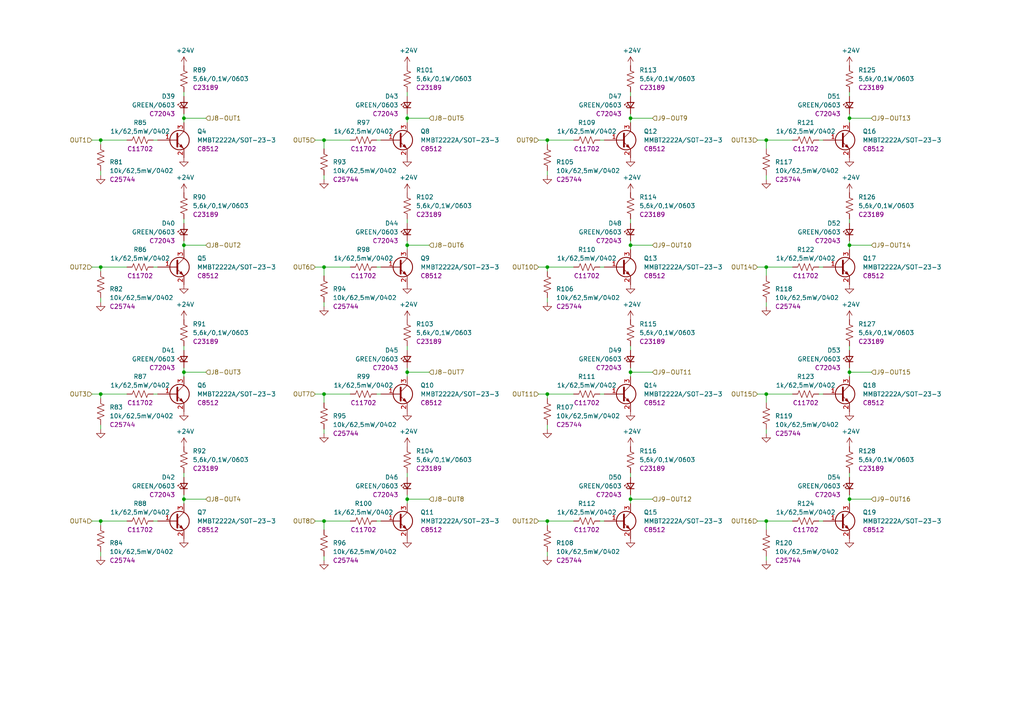
<source format=kicad_sch>
(kicad_sch (version 20231120) (generator "eeschema") (generator_version "8.0")
  (paper "A4")
  (title_block (title "ESP 16x 24VDC Input 16x 24VDC Output Module") (date "2023-05-05") (rev "V2"))
  (junction (at 182.88 107.95))
  (junction (at 222.25 40.64))
  (junction (at 158.75 114.3))
  (junction (at 222.25 114.3))
  (junction (at 222.25 77.47))
  (junction (at 53.34 71.12))
  (junction (at 29.21 114.3))
  (junction (at 222.25 151.13))
  (junction (at 118.11 107.95))
  (junction (at 118.11 34.29))
  (junction (at 93.98 77.47))
  (junction (at 93.98 151.13))
  (junction (at 118.11 71.12))
  (junction (at 29.21 40.64))
  (junction (at 158.75 77.47))
  (junction (at 158.75 40.64))
  (junction (at 182.88 144.78))
  (junction (at 246.38 144.78))
  (junction (at 182.88 71.12))
  (junction (at 93.98 40.64))
  (junction (at 246.38 107.95))
  (junction (at 182.88 34.29))
  (junction (at 53.34 34.29))
  (junction (at 53.34 107.95))
  (junction (at 246.38 71.12))
  (junction (at 29.21 77.47))
  (junction (at 29.21 151.13))
  (junction (at 118.11 144.78))
  (junction (at 246.38 34.29))
  (junction (at 53.34 144.78))
  (junction (at 158.75 151.13))
  (junction (at 93.98 114.3))
  (wire (pts (xy 182.88 100.33) (xy 182.88 101.6)))
  (wire (pts (xy 29.21 151.13) (xy 36.83 151.13)))
  (wire (pts (xy 29.21 114.3) (xy 29.21 115.57)))
  (wire (pts (xy 182.88 71.12) (xy 182.88 72.39)))
  (wire (pts (xy 53.34 137.16) (xy 53.34 138.43)))
  (wire (pts (xy 93.98 87.63) (xy 93.98 88.9)))
  (wire (pts (xy 109.22 40.64) (xy 110.49 40.64)))
  (wire (pts (xy 182.88 137.16) (xy 182.88 138.43)))
  (wire (pts (xy 93.98 40.64) (xy 101.6 40.64)))
  (wire (pts (xy 29.21 40.64) (xy 29.21 41.91)))
  (wire (pts (xy 109.22 114.3) (xy 110.49 114.3)))
  (wire (pts (xy 158.75 160.02) (xy 158.75 161.29)))
  (wire (pts (xy 246.38 34.29) (xy 252.73 34.29)))
  (wire (pts (xy 93.98 151.13) (xy 93.98 153.67)))
  (wire (pts (xy 118.11 63.5) (xy 118.11 64.77)))
  (wire (pts (xy 44.45 40.64) (xy 45.72 40.64)))
  (wire (pts (xy 182.88 63.5) (xy 182.88 64.77)))
  (wire (pts (xy 246.38 106.68) (xy 246.38 107.95)))
  (wire (pts (xy 118.11 69.85) (xy 118.11 71.12)))
  (wire (pts (xy 93.98 114.3) (xy 93.98 116.84)))
  (wire (pts (xy 158.75 40.64) (xy 158.75 41.91)))
  (wire (pts (xy 91.44 151.13) (xy 93.98 151.13)))
  (wire (pts (xy 26.67 151.13) (xy 29.21 151.13)))
  (wire (pts (xy 53.34 69.85) (xy 53.34 71.12)))
  (wire (pts (xy 29.21 86.36) (xy 29.21 87.63)))
  (wire (pts (xy 29.21 77.47) (xy 29.21 78.74)))
  (wire (pts (xy 93.98 114.3) (xy 101.6 114.3)))
  (wire (pts (xy 118.11 34.29) (xy 124.46 34.29)))
  (wire (pts (xy 219.71 40.64) (xy 222.25 40.64)))
  (wire (pts (xy 118.11 144.78) (xy 118.11 146.05)))
  (wire (pts (xy 29.21 151.13) (xy 29.21 152.4)))
  (wire (pts (xy 222.25 161.29) (xy 222.25 162.56)))
  (wire (pts (xy 156.21 151.13) (xy 158.75 151.13)))
  (wire (pts (xy 156.21 40.64) (xy 158.75 40.64)))
  (wire (pts (xy 246.38 33.02) (xy 246.38 34.29)))
  (wire (pts (xy 44.45 114.3) (xy 45.72 114.3)))
  (wire (pts (xy 118.11 107.95) (xy 124.46 107.95)))
  (wire (pts (xy 158.75 114.3) (xy 166.37 114.3)))
  (wire (pts (xy 93.98 124.46) (xy 93.98 125.73)))
  (wire (pts (xy 93.98 151.13) (xy 101.6 151.13)))
  (wire (pts (xy 93.98 40.64) (xy 93.98 43.18)))
  (wire (pts (xy 53.34 100.33) (xy 53.34 101.6)))
  (wire (pts (xy 158.75 77.47) (xy 166.37 77.47)))
  (wire (pts (xy 173.99 151.13) (xy 175.26 151.13)))
  (wire (pts (xy 182.88 107.95) (xy 189.23 107.95)))
  (wire (pts (xy 29.21 40.64) (xy 36.83 40.64)))
  (wire (pts (xy 219.71 151.13) (xy 222.25 151.13)))
  (wire (pts (xy 53.34 33.02) (xy 53.34 34.29)))
  (wire (pts (xy 44.45 151.13) (xy 45.72 151.13)))
  (wire (pts (xy 182.88 33.02) (xy 182.88 34.29)))
  (wire (pts (xy 246.38 34.29) (xy 246.38 35.56)))
  (wire (pts (xy 118.11 34.29) (xy 118.11 35.56)))
  (wire (pts (xy 158.75 86.36) (xy 158.75 87.63)))
  (wire (pts (xy 59.69 71.12) (xy 53.34 71.12)))
  (wire (pts (xy 53.34 143.51) (xy 53.34 144.78)))
  (wire (pts (xy 158.75 49.53) (xy 158.75 50.8)))
  (wire (pts (xy 246.38 71.12) (xy 246.38 72.39)))
  (wire (pts (xy 246.38 100.33) (xy 246.38 101.6)))
  (wire (pts (xy 118.11 71.12) (xy 118.11 72.39)))
  (wire (pts (xy 182.88 144.78) (xy 182.88 146.05)))
  (wire (pts (xy 93.98 77.47) (xy 93.98 80.01)))
  (wire (pts (xy 53.34 71.12) (xy 53.34 72.39)))
  (wire (pts (xy 222.25 151.13) (xy 222.25 153.67)))
  (wire (pts (xy 26.67 114.3) (xy 29.21 114.3)))
  (wire (pts (xy 182.88 143.51) (xy 182.88 144.78)))
  (wire (pts (xy 246.38 26.67) (xy 246.38 27.94)))
  (wire (pts (xy 222.25 114.3) (xy 229.87 114.3)))
  (wire (pts (xy 109.22 151.13) (xy 110.49 151.13)))
  (wire (pts (xy 182.88 26.67) (xy 182.88 27.94)))
  (wire (pts (xy 237.49 40.64) (xy 238.76 40.64)))
  (wire (pts (xy 246.38 137.16) (xy 246.38 138.43)))
  (wire (pts (xy 118.11 144.78) (xy 124.46 144.78)))
  (wire (pts (xy 26.67 77.47) (xy 29.21 77.47)))
  (wire (pts (xy 109.22 77.47) (xy 110.49 77.47)))
  (wire (pts (xy 182.88 106.68) (xy 182.88 107.95)))
  (wire (pts (xy 29.21 160.02) (xy 29.21 161.29)))
  (wire (pts (xy 29.21 123.19) (xy 29.21 124.46)))
  (wire (pts (xy 246.38 63.5) (xy 246.38 64.77)))
  (wire (pts (xy 44.45 77.47) (xy 45.72 77.47)))
  (wire (pts (xy 189.23 71.12) (xy 182.88 71.12)))
  (wire (pts (xy 182.88 34.29) (xy 182.88 35.56)))
  (wire (pts (xy 156.21 114.3) (xy 158.75 114.3)))
  (wire (pts (xy 222.25 77.47) (xy 229.87 77.47)))
  (wire (pts (xy 118.11 100.33) (xy 118.11 101.6)))
  (wire (pts (xy 53.34 63.5) (xy 53.34 64.77)))
  (wire (pts (xy 53.34 106.68) (xy 53.34 107.95)))
  (wire (pts (xy 93.98 161.29) (xy 93.98 162.56)))
  (wire (pts (xy 219.71 114.3) (xy 222.25 114.3)))
  (wire (pts (xy 118.11 143.51) (xy 118.11 144.78)))
  (wire (pts (xy 222.25 40.64) (xy 229.87 40.64)))
  (wire (pts (xy 246.38 144.78) (xy 246.38 146.05)))
  (wire (pts (xy 93.98 50.8) (xy 93.98 52.07)))
  (wire (pts (xy 118.11 71.12) (xy 124.46 71.12)))
  (wire (pts (xy 53.34 144.78) (xy 59.69 144.78)))
  (wire (pts (xy 246.38 144.78) (xy 252.73 144.78)))
  (wire (pts (xy 118.11 26.67) (xy 118.11 27.94)))
  (wire (pts (xy 182.88 69.85) (xy 182.88 71.12)))
  (wire (pts (xy 222.25 124.46) (xy 222.25 125.73)))
  (wire (pts (xy 59.69 34.29) (xy 53.34 34.29)))
  (wire (pts (xy 219.71 77.47) (xy 222.25 77.47)))
  (wire (pts (xy 158.75 114.3) (xy 158.75 115.57)))
  (wire (pts (xy 29.21 49.53) (xy 29.21 50.8)))
  (wire (pts (xy 222.25 151.13) (xy 229.87 151.13)))
  (wire (pts (xy 222.25 50.8) (xy 222.25 52.07)))
  (wire (pts (xy 158.75 77.47) (xy 158.75 78.74)))
  (wire (pts (xy 53.34 34.29) (xy 53.34 35.56)))
  (wire (pts (xy 246.38 71.12) (xy 252.73 71.12)))
  (wire (pts (xy 158.75 40.64) (xy 166.37 40.64)))
  (wire (pts (xy 53.34 107.95) (xy 59.69 107.95)))
  (wire (pts (xy 93.98 77.47) (xy 101.6 77.47)))
  (wire (pts (xy 53.34 144.78) (xy 53.34 146.05)))
  (wire (pts (xy 156.21 77.47) (xy 158.75 77.47)))
  (wire (pts (xy 222.25 40.64) (xy 222.25 43.18)))
  (wire (pts (xy 237.49 151.13) (xy 238.76 151.13)))
  (wire (pts (xy 26.67 40.64) (xy 29.21 40.64)))
  (wire (pts (xy 222.25 77.47) (xy 222.25 80.01)))
  (wire (pts (xy 118.11 137.16) (xy 118.11 138.43)))
  (wire (pts (xy 118.11 33.02) (xy 118.11 34.29)))
  (wire (pts (xy 91.44 40.64) (xy 93.98 40.64)))
  (wire (pts (xy 246.38 69.85) (xy 246.38 71.12)))
  (wire (pts (xy 237.49 114.3) (xy 238.76 114.3)))
  (wire (pts (xy 158.75 151.13) (xy 166.37 151.13)))
  (wire (pts (xy 53.34 26.67) (xy 53.34 27.94)))
  (wire (pts (xy 246.38 107.95) (xy 252.73 107.95)))
  (wire (pts (xy 29.21 114.3) (xy 36.83 114.3)))
  (wire (pts (xy 91.44 77.47) (xy 93.98 77.47)))
  (wire (pts (xy 91.44 114.3) (xy 93.98 114.3)))
  (wire (pts (xy 118.11 106.68) (xy 118.11 107.95)))
  (wire (pts (xy 246.38 143.51) (xy 246.38 144.78)))
  (wire (pts (xy 189.23 34.29) (xy 182.88 34.29)))
  (wire (pts (xy 182.88 107.95) (xy 182.88 109.22)))
  (wire (pts (xy 237.49 77.47) (xy 238.76 77.47)))
  (wire (pts (xy 158.75 123.19) (xy 158.75 124.46)))
  (wire (pts (xy 222.25 114.3) (xy 222.25 116.84)))
  (wire (pts (xy 246.38 107.95) (xy 246.38 109.22)))
  (wire (pts (xy 182.88 144.78) (xy 189.23 144.78)))
  (wire (pts (xy 173.99 77.47) (xy 175.26 77.47)))
  (wire (pts (xy 158.75 151.13) (xy 158.75 152.4)))
  (wire (pts (xy 29.21 77.47) (xy 36.83 77.47)))
  (wire (pts (xy 53.34 107.95) (xy 53.34 109.22)))
  (wire (pts (xy 173.99 40.64) (xy 175.26 40.64)))
  (wire (pts (xy 118.11 107.95) (xy 118.11 109.22)))
  (wire (pts (xy 222.25 87.63) (xy 222.25 88.9)))
  (wire (pts (xy 173.99 114.3) (xy 175.26 114.3)))
  (hierarchical_label "J8-OUT8" (shape input) (at 124.46 144.78 0))
  (hierarchical_label "J8-OUT6" (shape input) (at 124.46 71.12 0))
  (hierarchical_label "OUT1" (shape input) (at 26.67 40.64 180))
  (hierarchical_label "J8-OUT4" (shape input) (at 59.69 144.78 0))
  (hierarchical_label "OUT12" (shape input) (at 156.21 151.13 180))
  (hierarchical_label "J9-OUT14" (shape input) (at 252.73 71.12 0))
  (hierarchical_label "J8-OUT2" (shape input) (at 59.69 71.12 0))
  (hierarchical_label "J9-OUT16" (shape input) (at 252.73 144.78 0))
  (hierarchical_label "J9-OUT11" (shape input) (at 189.23 107.95 0))
  (hierarchical_label "OUT9" (shape input) (at 156.21 40.64 180))
  (hierarchical_label "OUT7" (shape input) (at 91.44 114.3 180))
  (hierarchical_label "OUT15" (shape input) (at 219.71 114.3 180))
  (hierarchical_label "J8-OUT5" (shape input) (at 124.46 34.29 0))
  (hierarchical_label "J9-OUT15" (shape input) (at 252.73 107.95 0))
  (hierarchical_label "OUT13" (shape input) (at 219.71 40.64 180))
  (hierarchical_label "OUT16" (shape input) (at 219.71 151.13 180))
  (hierarchical_label "J8-OUT1" (shape input) (at 59.69 34.29 0))
  (hierarchical_label "OUT4" (shape input) (at 26.67 151.13 180))
  (hierarchical_label "OUT8" (shape input) (at 91.44 151.13 180))
  (hierarchical_label "OUT14" (shape input) (at 219.71 77.47 180))
  (hierarchical_label "OUT10" (shape input) (at 156.21 77.47 180))
  (hierarchical_label "J8-OUT7" (shape input) (at 124.46 107.95 0))
  (hierarchical_label "J9-OUT12" (shape input) (at 189.23 144.78 0))
  (hierarchical_label "OUT6" (shape input) (at 91.44 77.47 180))
  (hierarchical_label "J9-OUT13" (shape input) (at 252.73 34.29 0))
  (hierarchical_label "OUT3" (shape input) (at 26.67 114.3 180))
  (hierarchical_label "J8-OUT3" (shape input) (at 59.69 107.95 0))
  (hierarchical_label "OUT5" (shape input) (at 91.44 40.64 180))
  (hierarchical_label "J9-OUT9" (shape input) (at 189.23 34.29 0))
  (hierarchical_label "OUT2" (shape input) (at 26.67 77.47 180))
  (hierarchical_label "OUT11" (shape input) (at 156.21 114.3 180))
  (hierarchical_label "J9-OUT10" (shape input) (at 189.23 71.12 0))
  (symbol (lib_id "Device:LED_Small") (at 246.38 67.31 90) (unit 1)
    (property "Reference" "D52" (at 243.84 64.77 90) (effects (justify left)))
    (property "Value" "GREEN/0603" (at 243.84 67.31 90) (effects (justify left)))
    (property "Footprint" "Tales:LED_0603_1608Metric" (effects (hide yes)))
    (property "Case" "0603" (effects (hide yes)))
    (property "Mfr" "Everlight" (effects (hide yes)))
    (property "Mfr PN" "19-217/GHC-YR1S2/3T" (effects (hide yes)))
    (property "Vendor" "JLCPCB" (effects (hide yes)))
    (property "Vendor PN" "C72043" (effects (hide yes)))
    (property "LCSC Part #" "C72043" (at 243.84 69.85 90) (effects (justify left)))
    (property "JLCPCB BOM" "1" (effects (hide yes)))
  )
  (symbol (lib_id "Device:R_US") (at 93.98 157.48 0) (unit 1)
    (property "Reference" "R96" (at 96.52 157.48 0) (effects (justify left)))
    (property "Value" "10k/62,5mW/0402" (at 96.52 160.02 0) (effects (justify left)))
    (property "Footprint" "Tales:R_0402_1005Metric" (effects (hide yes)))
    (property "Case" "0402/1005" (effects (hide yes)))
    (property "Mfr" "Uniroyal" (effects (hide yes)))
    (property "Vendor" "JLCPCB" (effects (hide yes)))
    (property "Mfr PN" "0402WGF1002TCE" (effects (hide yes)))
    (property "Vendor PN" "C25744" (effects (hide yes)))
    (property "LCSC Part #" "C25744" (at 96.52 162.56 0) (effects (justify left)))
    (property "JLCPCB BOM" "1" (effects (hide yes)))
  )
  (symbol (lib_id "power:GND") (at 182.88 45.72 0) (unit 1)
    (property "Reference" "#PWR0166" (effects (hide yes)))
    (property "Value" "GND" (effects (hide yes)))
  )
  (symbol (lib_id "Device:R_US") (at 158.75 45.72 0) (unit 1)
    (property "Reference" "R105" (at 161.29 46.99 0) (effects (justify left)))
    (property "Value" "10k/62,5mW/0402" (at 161.29 49.53 0) (effects (justify left)))
    (property "Footprint" "Tales:R_0402_1005Metric" (effects (hide yes)))
    (property "Case" "0402/1005" (effects (hide yes)))
    (property "Mfr" "Uniroyal" (effects (hide yes)))
    (property "Vendor" "JLCPCB" (effects (hide yes)))
    (property "Mfr PN" "0402WGF1002TCE" (effects (hide yes)))
    (property "Vendor PN" "C25744" (effects (hide yes)))
    (property "LCSC Part #" "C25744" (at 161.29 52.07 0) (effects (justify left)))
    (property "JLCPCB BOM" "1" (effects (hide yes)))
  )
  (symbol (lib_id "Device:R_US") (at 170.18 40.64 270) (unit 1)
    (property "Reference" "R109" (at 170.18 35.56 90))
    (property "Value" "1k/62,5mW/0402" (at 170.18 38.1 90))
    (property "Footprint" "Tales:R_0402_1005Metric" (effects (hide yes)))
    (property "Case" "0402/1005" (effects (hide yes)))
    (property "Mfr" "Uniroyal" (effects (hide yes)))
    (property "Mfr PN" "0402WGF1001TCE" (effects (hide yes)))
    (property "Vendor" "JLCPCB" (effects (hide yes)))
    (property "Vendor PN" "C11702" (effects (hide yes)))
    (property "LCSC Part #" "C11702" (at 170.18 43.18 90))
    (property "JLCPCB BOM" "1" (effects (hide yes)))
  )
  (symbol (lib_id "Device:LED_Small") (at 53.34 104.14 90) (unit 1)
    (property "Reference" "D41" (at 50.8 101.6 90) (effects (justify left)))
    (property "Value" "GREEN/0603" (at 50.8 104.14 90) (effects (justify left)))
    (property "Footprint" "Tales:LED_0603_1608Metric" (effects (hide yes)))
    (property "Case" "0603" (effects (hide yes)))
    (property "Mfr" "Everlight" (effects (hide yes)))
    (property "Mfr PN" "19-217/GHC-YR1S2/3T" (effects (hide yes)))
    (property "Vendor" "JLCPCB" (effects (hide yes)))
    (property "Vendor PN" "C72043" (effects (hide yes)))
    (property "LCSC Part #" "C72043" (at 50.8 106.68 90) (effects (justify left)))
    (property "JLCPCB BOM" "1" (effects (hide yes)))
  )
  (symbol (lib_id "Device:R_US") (at 233.68 151.13 270) (unit 1)
    (property "Reference" "R124" (at 233.68 146.05 90))
    (property "Value" "1k/62,5mW/0402" (at 233.68 148.59 90))
    (property "Footprint" "Tales:R_0402_1005Metric" (effects (hide yes)))
    (property "Case" "0402/1005" (effects (hide yes)))
    (property "Mfr" "Uniroyal" (effects (hide yes)))
    (property "Mfr PN" "0402WGF1001TCE" (effects (hide yes)))
    (property "Vendor" "JLCPCB" (effects (hide yes)))
    (property "Vendor PN" "C11702" (effects (hide yes)))
    (property "LCSC Part #" "C11702" (at 233.68 153.67 90))
    (property "JLCPCB BOM" "1" (effects (hide yes)))
  )
  (symbol (lib_id "power:GND") (at 29.21 161.29 0) (unit 1)
    (property "Reference" "#PWR0140" (effects (hide yes)))
    (property "Value" "GND" (effects (hide yes)))
  )
  (symbol (lib_id "power:+24V") (at 118.11 129.54 0) (unit 1)
    (property "Reference" "#PWR0159" (effects (hide yes)))
    (property "Value" "+24V" (at 118.491 125.1458 0))
  )
  (symbol (lib_id "Device:R_US") (at 246.38 22.86 0) (unit 1)
    (property "Reference" "R125" (at 248.92 20.32 0) (effects (justify left)))
    (property "Value" "5,6k/0,1W/0603" (at 248.92 22.86 0) (effects (justify left)))
    (property "Footprint" "Tales:R_0603_1608Metric" (effects (hide yes)))
    (property "Case" "0603/1608" (effects (hide yes)))
    (property "Mfr" "Uniroyal" (effects (hide yes)))
    (property "Mfr PN" "0603WAF5601T5E" (effects (hide yes)))
    (property "Vendor" "JLCPCB" (effects (hide yes)))
    (property "Vendor PN" "C23189" (effects (hide yes)))
    (property "LCSC Part #" "C23189" (at 248.92 25.4 0) (effects (justify left)))
    (property "JLCPCB BOM" "1" (effects (hide yes)))
  )
  (symbol (lib_id "Device:R_US") (at 93.98 83.82 0) (unit 1)
    (property "Reference" "R94" (at 96.52 83.82 0) (effects (justify left)))
    (property "Value" "10k/62,5mW/0402" (at 96.52 86.36 0) (effects (justify left)))
    (property "Footprint" "Tales:R_0402_1005Metric" (effects (hide yes)))
    (property "Case" "0402/1005" (effects (hide yes)))
    (property "Mfr" "Uniroyal" (effects (hide yes)))
    (property "Vendor" "JLCPCB" (effects (hide yes)))
    (property "Mfr PN" "0402WGF1002TCE" (effects (hide yes)))
    (property "Vendor PN" "C25744" (effects (hide yes)))
    (property "LCSC Part #" "C25744" (at 96.52 88.9 0) (effects (justify left)))
    (property "JLCPCB BOM" "1" (effects (hide yes)))
  )
  (symbol (lib_id "Device:R_US") (at 222.25 120.65 0) (unit 1)
    (property "Reference" "R119" (at 224.79 120.65 0) (effects (justify left)))
    (property "Value" "10k/62,5mW/0402" (at 224.79 123.19 0) (effects (justify left)))
    (property "Footprint" "Tales:R_0402_1005Metric" (effects (hide yes)))
    (property "Case" "0402/1005" (effects (hide yes)))
    (property "Mfr" "Uniroyal" (effects (hide yes)))
    (property "Vendor" "JLCPCB" (effects (hide yes)))
    (property "Mfr PN" "0402WGF1002TCE" (effects (hide yes)))
    (property "Vendor PN" "C25744" (effects (hide yes)))
    (property "LCSC Part #" "C25744" (at 224.79 125.73 0) (effects (justify left)))
    (property "JLCPCB BOM" "1" (effects (hide yes)))
  )
  (symbol (lib_id "Device:R_US") (at 158.75 156.21 0) (unit 1)
    (property "Reference" "R108" (at 161.29 157.48 0) (effects (justify left)))
    (property "Value" "10k/62,5mW/0402" (at 161.29 160.02 0) (effects (justify left)))
    (property "Footprint" "Tales:R_0402_1005Metric" (effects (hide yes)))
    (property "Case" "0402/1005" (effects (hide yes)))
    (property "Mfr" "Uniroyal" (effects (hide yes)))
    (property "Vendor" "JLCPCB" (effects (hide yes)))
    (property "Mfr PN" "0402WGF1002TCE" (effects (hide yes)))
    (property "Vendor PN" "C25744" (effects (hide yes)))
    (property "LCSC Part #" "C25744" (at 161.29 162.56 0) (effects (justify left)))
    (property "JLCPCB BOM" "1" (effects (hide yes)))
  )
  (symbol (lib_id "power:+24V") (at 182.88 129.54 0) (unit 1)
    (property "Reference" "#PWR0171" (effects (hide yes)))
    (property "Value" "+24V" (at 183.261 125.1458 0))
  )
  (symbol (lib_id "power:+24V") (at 246.38 19.05 0) (unit 1)
    (property "Reference" "#PWR0177" (effects (hide yes)))
    (property "Value" "+24V" (at 246.761 14.6558 0))
  )
  (symbol (lib_id "Device:LED_Small") (at 246.38 140.97 90) (unit 1)
    (property "Reference" "D54" (at 243.84 138.43 90) (effects (justify left)))
    (property "Value" "GREEN/0603" (at 243.84 140.97 90) (effects (justify left)))
    (property "Footprint" "Tales:LED_0603_1608Metric" (effects (hide yes)))
    (property "Case" "0603" (effects (hide yes)))
    (property "Mfr" "Everlight" (effects (hide yes)))
    (property "Mfr PN" "19-217/GHC-YR1S2/3T" (effects (hide yes)))
    (property "Vendor" "JLCPCB" (effects (hide yes)))
    (property "Vendor PN" "C72043" (effects (hide yes)))
    (property "LCSC Part #" "C72043" (at 243.84 143.51 90) (effects (justify left)))
    (property "JLCPCB BOM" "1" (effects (hide yes)))
  )
  (symbol (lib_id "Device:Q_NPN_BEC") (at 243.84 77.47 0) (unit 1)
    (property "Reference" "Q17" (at 250.19 74.93 0) (effects (justify left)))
    (property "Value" "MMBT2222A/SOT-23-3" (at 250.19 77.47 0) (effects (justify left)))
    (property "Footprint" "Tales:SOT-23" (effects (hide yes)))
    (property "Case" "SOT-23-3" (effects (hide yes)))
    (property "Mfr" "Changjiang" (effects (hide yes)))
    (property "Mfr PN" "MMBT2222A" (effects (hide yes)))
    (property "Technology" "BJT" (effects (hide yes)))
    (property "Vendor" "JLCPCB" (effects (hide yes)))
    (property "Vendor PN" "C8512" (effects (hide yes)))
    (property "JLCPCB BOM" "1" (effects (hide yes)))
    (property "LCSC Part #" "C8512" (at 250.19 80.01 0) (effects (justify left)))
  )
  (symbol (lib_id "power:GND") (at 158.75 87.63 0) (unit 1)
    (property "Reference" "#PWR0162" (effects (hide yes)))
    (property "Value" "GND" (effects (hide yes)))
  )
  (symbol (lib_id "Device:R_US") (at 105.41 40.64 270) (unit 1)
    (property "Reference" "R97" (at 105.41 35.56 90))
    (property "Value" "1k/62,5mW/0402" (at 105.41 38.1 90))
    (property "Footprint" "Tales:R_0402_1005Metric" (effects (hide yes)))
    (property "Case" "0402/1005" (effects (hide yes)))
    (property "Mfr" "Uniroyal" (effects (hide yes)))
    (property "Mfr PN" "0402WGF1001TCE" (effects (hide yes)))
    (property "Vendor" "JLCPCB" (effects (hide yes)))
    (property "Vendor PN" "C11702" (effects (hide yes)))
    (property "LCSC Part #" "C11702" (at 105.41 43.18 90))
    (property "JLCPCB BOM" "1" (effects (hide yes)))
  )
  (symbol (lib_id "power:+24V") (at 53.34 129.54 0) (unit 1)
    (property "Reference" "#PWR0147" (effects (hide yes)))
    (property "Value" "+24V" (at 53.721 125.1458 0))
  )
  (symbol (lib_id "power:GND") (at 246.38 119.38 0) (unit 1)
    (property "Reference" "#PWR0182" (effects (hide yes)))
    (property "Value" "GND" (effects (hide yes)))
  )
  (symbol (lib_id "power:GND") (at 246.38 156.21 0) (unit 1)
    (property "Reference" "#PWR0184" (effects (hide yes)))
    (property "Value" "GND" (effects (hide yes)))
  )
  (symbol (lib_id "power:GND") (at 93.98 162.56 0) (unit 1)
    (property "Reference" "#PWR0152" (effects (hide yes)))
    (property "Value" "GND" (effects (hide yes)))
  )
  (symbol (lib_id "Device:Q_NPN_BEC") (at 115.57 77.47 0) (unit 1)
    (property "Reference" "Q9" (at 121.92 74.93 0) (effects (justify left)))
    (property "Value" "MMBT2222A/SOT-23-3" (at 121.92 77.47 0) (effects (justify left)))
    (property "Footprint" "Tales:SOT-23" (effects (hide yes)))
    (property "Case" "SOT-23-3" (effects (hide yes)))
    (property "Mfr" "Changjiang" (effects (hide yes)))
    (property "Mfr PN" "MMBT2222A" (effects (hide yes)))
    (property "Technology" "BJT" (effects (hide yes)))
    (property "Vendor" "JLCPCB" (effects (hide yes)))
    (property "Vendor PN" "C8512" (effects (hide yes)))
    (property "JLCPCB BOM" "1" (effects (hide yes)))
    (property "LCSC Part #" "C8512" (at 121.92 80.01 0) (effects (justify left)))
  )
  (symbol (lib_id "Device:LED_Small") (at 53.34 30.48 90) (unit 1)
    (property "Reference" "D39" (at 50.8 27.94 90) (effects (justify left)))
    (property "Value" "GREEN/0603" (at 50.8 30.48 90) (effects (justify left)))
    (property "Footprint" "Tales:LED_0603_1608Metric" (effects (hide yes)))
    (property "Case" "0603" (effects (hide yes)))
    (property "Mfr" "Everlight" (effects (hide yes)))
    (property "Mfr PN" "19-217/GHC-YR1S2/3T" (effects (hide yes)))
    (property "Vendor" "JLCPCB" (effects (hide yes)))
    (property "Vendor PN" "C72043" (effects (hide yes)))
    (property "LCSC Part #" "C72043" (at 50.8 33.02 90) (effects (justify left)))
    (property "JLCPCB BOM" "1" (effects (hide yes)))
  )
  (symbol (lib_id "power:+24V") (at 53.34 92.71 0) (unit 1)
    (property "Reference" "#PWR0145" (effects (hide yes)))
    (property "Value" "+24V" (at 53.721 88.3158 0))
  )
  (symbol (lib_id "Device:R_US") (at 93.98 120.65 0) (unit 1)
    (property "Reference" "R95" (at 96.52 120.65 0) (effects (justify left)))
    (property "Value" "10k/62,5mW/0402" (at 96.52 123.19 0) (effects (justify left)))
    (property "Footprint" "Tales:R_0402_1005Metric" (effects (hide yes)))
    (property "Case" "0402/1005" (effects (hide yes)))
    (property "Mfr" "Uniroyal" (effects (hide yes)))
    (property "Vendor" "JLCPCB" (effects (hide yes)))
    (property "Mfr PN" "0402WGF1002TCE" (effects (hide yes)))
    (property "Vendor PN" "C25744" (effects (hide yes)))
    (property "LCSC Part #" "C25744" (at 96.52 125.73 0) (effects (justify left)))
    (property "JLCPCB BOM" "1" (effects (hide yes)))
  )
  (symbol (lib_id "power:GND") (at 53.34 82.55 0) (unit 1)
    (property "Reference" "#PWR0144" (effects (hide yes)))
    (property "Value" "GND" (effects (hide yes)))
  )
  (symbol (lib_id "Device:R_US") (at 118.11 59.69 0) (unit 1)
    (property "Reference" "R102" (at 120.65 57.15 0) (effects (justify left)))
    (property "Value" "5,6k/0,1W/0603" (at 120.65 59.69 0) (effects (justify left)))
    (property "Footprint" "Tales:R_0603_1608Metric" (effects (hide yes)))
    (property "Case" "0603/1608" (effects (hide yes)))
    (property "Mfr" "Uniroyal" (effects (hide yes)))
    (property "Mfr PN" "0603WAF5601T5E" (effects (hide yes)))
    (property "Vendor" "JLCPCB" (effects (hide yes)))
    (property "Vendor PN" "C23189" (effects (hide yes)))
    (property "LCSC Part #" "C23189" (at 120.65 62.23 0) (effects (justify left)))
    (property "JLCPCB BOM" "1" (effects (hide yes)))
  )
  (symbol (lib_id "Device:Q_NPN_BEC") (at 50.8 77.47 0) (unit 1)
    (property "Reference" "Q5" (at 57.15 74.93 0) (effects (justify left)))
    (property "Value" "MMBT2222A/SOT-23-3" (at 57.15 77.47 0) (effects (justify left)))
    (property "Footprint" "Tales:SOT-23" (effects (hide yes)))
    (property "Case" "SOT-23-3" (effects (hide yes)))
    (property "Mfr" "Changjiang" (effects (hide yes)))
    (property "Mfr PN" "MMBT2222A" (effects (hide yes)))
    (property "Technology" "BJT" (effects (hide yes)))
    (property "Vendor" "JLCPCB" (effects (hide yes)))
    (property "Vendor PN" "C8512" (effects (hide yes)))
    (property "JLCPCB BOM" "1" (effects (hide yes)))
    (property "LCSC Part #" "C8512" (at 57.15 80.01 0) (effects (justify left)))
  )
  (symbol (lib_id "Device:R_US") (at 222.25 46.99 0) (unit 1)
    (property "Reference" "R117" (at 224.79 46.99 0) (effects (justify left)))
    (property "Value" "10k/62,5mW/0402" (at 224.79 49.53 0) (effects (justify left)))
    (property "Footprint" "Tales:R_0402_1005Metric" (effects (hide yes)))
    (property "Case" "0402/1005" (effects (hide yes)))
    (property "Mfr" "Uniroyal" (effects (hide yes)))
    (property "Vendor" "JLCPCB" (effects (hide yes)))
    (property "Mfr PN" "0402WGF1002TCE" (effects (hide yes)))
    (property "Vendor PN" "C25744" (effects (hide yes)))
    (property "LCSC Part #" "C25744" (at 224.79 52.07 0) (effects (justify left)))
    (property "JLCPCB BOM" "1" (effects (hide yes)))
  )
  (symbol (lib_id "power:GND") (at 182.88 119.38 0) (unit 1)
    (property "Reference" "#PWR0170" (effects (hide yes)))
    (property "Value" "GND" (effects (hide yes)))
  )
  (symbol (lib_id "power:+24V") (at 246.38 129.54 0) (unit 1)
    (property "Reference" "#PWR0183" (effects (hide yes)))
    (property "Value" "+24V" (at 246.761 125.1458 0))
  )
  (symbol (lib_id "Device:R_US") (at 170.18 114.3 270) (unit 1)
    (property "Reference" "R111" (at 170.18 109.22 90))
    (property "Value" "1k/62,5mW/0402" (at 170.18 111.76 90))
    (property "Footprint" "Tales:R_0402_1005Metric" (effects (hide yes)))
    (property "Case" "0402/1005" (effects (hide yes)))
    (property "Mfr" "Uniroyal" (effects (hide yes)))
    (property "Mfr PN" "0402WGF1001TCE" (effects (hide yes)))
    (property "Vendor" "JLCPCB" (effects (hide yes)))
    (property "Vendor PN" "C11702" (effects (hide yes)))
    (property "LCSC Part #" "C11702" (at 170.18 116.84 90))
    (property "JLCPCB BOM" "1" (effects (hide yes)))
  )
  (symbol (lib_id "Device:LED_Small") (at 182.88 140.97 90) (unit 1)
    (property "Reference" "D50" (at 180.34 138.43 90) (effects (justify left)))
    (property "Value" "GREEN/0603" (at 180.34 140.97 90) (effects (justify left)))
    (property "Footprint" "Tales:LED_0603_1608Metric" (effects (hide yes)))
    (property "Case" "0603" (effects (hide yes)))
    (property "Mfr" "Everlight" (effects (hide yes)))
    (property "Mfr PN" "19-217/GHC-YR1S2/3T" (effects (hide yes)))
    (property "Vendor" "JLCPCB" (effects (hide yes)))
    (property "Vendor PN" "C72043" (effects (hide yes)))
    (property "LCSC Part #" "C72043" (at 180.34 143.51 90) (effects (justify left)))
    (property "JLCPCB BOM" "1" (effects (hide yes)))
  )
  (symbol (lib_id "power:GND") (at 118.11 82.55 0) (unit 1)
    (property "Reference" "#PWR0156" (effects (hide yes)))
    (property "Value" "GND" (effects (hide yes)))
  )
  (symbol (lib_id "power:GND") (at 222.25 88.9 0) (unit 1)
    (property "Reference" "#PWR0174" (effects (hide yes)))
    (property "Value" "GND" (effects (hide yes)))
  )
  (symbol (lib_id "power:+24V") (at 182.88 92.71 0) (unit 1)
    (property "Reference" "#PWR0169" (effects (hide yes)))
    (property "Value" "+24V" (at 183.261 88.3158 0))
  )
  (symbol (lib_id "power:GND") (at 222.25 52.07 0) (unit 1)
    (property "Reference" "#PWR0173" (effects (hide yes)))
    (property "Value" "GND" (effects (hide yes)))
  )
  (symbol (lib_id "power:GND") (at 29.21 124.46 0) (unit 1)
    (property "Reference" "#PWR0139" (effects (hide yes)))
    (property "Value" "GND" (effects (hide yes)))
  )
  (symbol (lib_id "Device:R_US") (at 29.21 82.55 0) (unit 1)
    (property "Reference" "R82" (at 31.75 83.82 0) (effects (justify left)))
    (property "Value" "10k/62,5mW/0402" (at 31.75 86.36 0) (effects (justify left)))
    (property "Footprint" "Tales:R_0402_1005Metric" (effects (hide yes)))
    (property "Case" "0402/1005" (effects (hide yes)))
    (property "Mfr" "Uniroyal" (effects (hide yes)))
    (property "Vendor" "JLCPCB" (effects (hide yes)))
    (property "Mfr PN" "0402WGF1002TCE" (effects (hide yes)))
    (property "Vendor PN" "C25744" (effects (hide yes)))
    (property "LCSC Part #" "C25744" (at 31.75 88.9 0) (effects (justify left)))
    (property "JLCPCB BOM" "1" (effects (hide yes)))
  )
  (symbol (lib_id "Device:Q_NPN_BEC") (at 243.84 40.64 0) (unit 1)
    (property "Reference" "Q16" (at 250.19 38.1 0) (effects (justify left)))
    (property "Value" "MMBT2222A/SOT-23-3" (at 250.19 40.64 0) (effects (justify left)))
    (property "Footprint" "Tales:SOT-23" (effects (hide yes)))
    (property "Case" "SOT-23-3" (effects (hide yes)))
    (property "Mfr" "Changjiang" (effects (hide yes)))
    (property "Mfr PN" "MMBT2222A" (effects (hide yes)))
    (property "Technology" "BJT" (effects (hide yes)))
    (property "Vendor" "JLCPCB" (effects (hide yes)))
    (property "Vendor PN" "C8512" (effects (hide yes)))
    (property "JLCPCB BOM" "1" (effects (hide yes)))
    (property "LCSC Part #" "C8512" (at 250.19 43.18 0) (effects (justify left)))
  )
  (symbol (lib_id "Device:Q_NPN_BEC") (at 115.57 114.3 0) (unit 1)
    (property "Reference" "Q10" (at 121.92 111.76 0) (effects (justify left)))
    (property "Value" "MMBT2222A/SOT-23-3" (at 121.92 114.3 0) (effects (justify left)))
    (property "Footprint" "Tales:SOT-23" (effects (hide yes)))
    (property "Case" "SOT-23-3" (effects (hide yes)))
    (property "Mfr" "Changjiang" (effects (hide yes)))
    (property "Mfr PN" "MMBT2222A" (effects (hide yes)))
    (property "Technology" "BJT" (effects (hide yes)))
    (property "Vendor" "JLCPCB" (effects (hide yes)))
    (property "Vendor PN" "C8512" (effects (hide yes)))
    (property "JLCPCB BOM" "1" (effects (hide yes)))
    (property "LCSC Part #" "C8512" (at 121.92 116.84 0) (effects (justify left)))
  )
  (symbol (lib_id "Device:R_US") (at 29.21 156.21 0) (unit 1)
    (property "Reference" "R84" (at 31.75 157.48 0) (effects (justify left)))
    (property "Value" "10k/62,5mW/0402" (at 31.75 160.02 0) (effects (justify left)))
    (property "Footprint" "Tales:R_0402_1005Metric" (effects (hide yes)))
    (property "Case" "0402/1005" (effects (hide yes)))
    (property "Mfr" "Uniroyal" (effects (hide yes)))
    (property "Vendor" "JLCPCB" (effects (hide yes)))
    (property "Mfr PN" "0402WGF1002TCE" (effects (hide yes)))
    (property "Vendor PN" "C25744" (effects (hide yes)))
    (property "LCSC Part #" "C25744" (at 31.75 162.56 0) (effects (justify left)))
    (property "JLCPCB BOM" "1" (effects (hide yes)))
  )
  (symbol (lib_id "Device:R_US") (at 182.88 59.69 0) (unit 1)
    (property "Reference" "R114" (at 185.42 57.15 0) (effects (justify left)))
    (property "Value" "5,6k/0,1W/0603" (at 185.42 59.69 0) (effects (justify left)))
    (property "Footprint" "Tales:R_0603_1608Metric" (effects (hide yes)))
    (property "Case" "0603/1608" (effects (hide yes)))
    (property "Mfr" "Uniroyal" (effects (hide yes)))
    (property "Mfr PN" "0603WAF5601T5E" (effects (hide yes)))
    (property "Vendor" "JLCPCB" (effects (hide yes)))
    (property "Vendor PN" "C23189" (effects (hide yes)))
    (property "LCSC Part #" "C23189" (at 185.42 62.23 0) (effects (justify left)))
    (property "JLCPCB BOM" "1" (effects (hide yes)))
  )
  (symbol (lib_id "Device:LED_Small") (at 118.11 67.31 90) (unit 1)
    (property "Reference" "D44" (at 115.57 64.77 90) (effects (justify left)))
    (property "Value" "GREEN/0603" (at 115.57 67.31 90) (effects (justify left)))
    (property "Footprint" "Tales:LED_0603_1608Metric" (effects (hide yes)))
    (property "Case" "0603" (effects (hide yes)))
    (property "Mfr" "Everlight" (effects (hide yes)))
    (property "Mfr PN" "19-217/GHC-YR1S2/3T" (effects (hide yes)))
    (property "Vendor" "JLCPCB" (effects (hide yes)))
    (property "Vendor PN" "C72043" (effects (hide yes)))
    (property "LCSC Part #" "C72043" (at 115.57 69.85 90) (effects (justify left)))
    (property "JLCPCB BOM" "1" (effects (hide yes)))
  )
  (symbol (lib_id "Device:R_US") (at 93.98 46.99 0) (unit 1)
    (property "Reference" "R93" (at 96.52 46.99 0) (effects (justify left)))
    (property "Value" "10k/62,5mW/0402" (at 96.52 49.53 0) (effects (justify left)))
    (property "Footprint" "Tales:R_0402_1005Metric" (effects (hide yes)))
    (property "Case" "0402/1005" (effects (hide yes)))
    (property "Mfr" "Uniroyal" (effects (hide yes)))
    (property "Vendor" "JLCPCB" (effects (hide yes)))
    (property "Mfr PN" "0402WGF1002TCE" (effects (hide yes)))
    (property "Vendor PN" "C25744" (effects (hide yes)))
    (property "LCSC Part #" "C25744" (at 96.52 52.07 0) (effects (justify left)))
    (property "JLCPCB BOM" "1" (effects (hide yes)))
  )
  (symbol (lib_id "Device:LED_Small") (at 118.11 104.14 90) (unit 1)
    (property "Reference" "D45" (at 115.57 101.6 90) (effects (justify left)))
    (property "Value" "GREEN/0603" (at 115.57 104.14 90) (effects (justify left)))
    (property "Footprint" "Tales:LED_0603_1608Metric" (effects (hide yes)))
    (property "Case" "0603" (effects (hide yes)))
    (property "Mfr" "Everlight" (effects (hide yes)))
    (property "Mfr PN" "19-217/GHC-YR1S2/3T" (effects (hide yes)))
    (property "Vendor" "JLCPCB" (effects (hide yes)))
    (property "Vendor PN" "C72043" (effects (hide yes)))
    (property "LCSC Part #" "C72043" (at 115.57 106.68 90) (effects (justify left)))
    (property "JLCPCB BOM" "1" (effects (hide yes)))
  )
  (symbol (lib_id "Device:LED_Small") (at 182.88 67.31 90) (unit 1)
    (property "Reference" "D48" (at 180.34 64.77 90) (effects (justify left)))
    (property "Value" "GREEN/0603" (at 180.34 67.31 90) (effects (justify left)))
    (property "Footprint" "Tales:LED_0603_1608Metric" (effects (hide yes)))
    (property "Case" "0603" (effects (hide yes)))
    (property "Mfr" "Everlight" (effects (hide yes)))
    (property "Mfr PN" "19-217/GHC-YR1S2/3T" (effects (hide yes)))
    (property "Vendor" "JLCPCB" (effects (hide yes)))
    (property "Vendor PN" "C72043" (effects (hide yes)))
    (property "LCSC Part #" "C72043" (at 180.34 69.85 90) (effects (justify left)))
    (property "JLCPCB BOM" "1" (effects (hide yes)))
  )
  (symbol (lib_id "Device:R_US") (at 53.34 96.52 0) (unit 1)
    (property "Reference" "R91" (at 55.88 93.98 0) (effects (justify left)))
    (property "Value" "5,6k/0,1W/0603" (at 55.88 96.52 0) (effects (justify left)))
    (property "Footprint" "Tales:R_0603_1608Metric" (effects (hide yes)))
    (property "Case" "0603/1608" (effects (hide yes)))
    (property "Mfr" "Uniroyal" (effects (hide yes)))
    (property "Mfr PN" "0603WAF5601T5E" (effects (hide yes)))
    (property "Vendor" "JLCPCB" (effects (hide yes)))
    (property "Vendor PN" "C23189" (effects (hide yes)))
    (property "LCSC Part #" "C23189" (at 55.88 99.06 0) (effects (justify left)))
    (property "JLCPCB BOM" "1" (effects (hide yes)))
  )
  (symbol (lib_id "power:GND") (at 53.34 119.38 0) (unit 1)
    (property "Reference" "#PWR0146" (effects (hide yes)))
    (property "Value" "GND" (effects (hide yes)))
  )
  (symbol (lib_id "power:+24V") (at 118.11 92.71 0) (unit 1)
    (property "Reference" "#PWR0157" (effects (hide yes)))
    (property "Value" "+24V" (at 118.491 88.3158 0))
  )
  (symbol (lib_id "Device:R_US") (at 182.88 22.86 0) (unit 1)
    (property "Reference" "R113" (at 185.42 20.32 0) (effects (justify left)))
    (property "Value" "5,6k/0,1W/0603" (at 185.42 22.86 0) (effects (justify left)))
    (property "Footprint" "Tales:R_0603_1608Metric" (effects (hide yes)))
    (property "Case" "0603/1608" (effects (hide yes)))
    (property "Mfr" "Uniroyal" (effects (hide yes)))
    (property "Mfr PN" "0603WAF5601T5E" (effects (hide yes)))
    (property "Vendor" "JLCPCB" (effects (hide yes)))
    (property "Vendor PN" "C23189" (effects (hide yes)))
    (property "LCSC Part #" "C23189" (at 185.42 25.4 0) (effects (justify left)))
    (property "JLCPCB BOM" "1" (effects (hide yes)))
  )
  (symbol (lib_id "Device:R_US") (at 233.68 77.47 270) (unit 1)
    (property "Reference" "R122" (at 233.68 72.39 90))
    (property "Value" "1k/62,5mW/0402" (at 233.68 74.93 90))
    (property "Footprint" "Tales:R_0402_1005Metric" (effects (hide yes)))
    (property "Case" "0402/1005" (effects (hide yes)))
    (property "Mfr" "Uniroyal" (effects (hide yes)))
    (property "Mfr PN" "0402WGF1001TCE" (effects (hide yes)))
    (property "Vendor" "JLCPCB" (effects (hide yes)))
    (property "Vendor PN" "C11702" (effects (hide yes)))
    (property "LCSC Part #" "C11702" (at 233.68 80.01 90))
    (property "JLCPCB BOM" "1" (effects (hide yes)))
  )
  (symbol (lib_id "power:+24V") (at 182.88 19.05 0) (unit 1)
    (property "Reference" "#PWR0165" (effects (hide yes)))
    (property "Value" "+24V" (at 183.261 14.6558 0))
  )
  (symbol (lib_id "power:+24V") (at 118.11 55.88 0) (unit 1)
    (property "Reference" "#PWR0155" (effects (hide yes)))
    (property "Value" "+24V" (at 118.491 51.4858 0))
  )
  (symbol (lib_id "Device:R_US") (at 170.18 77.47 270) (unit 1)
    (property "Reference" "R110" (at 170.18 72.39 90))
    (property "Value" "1k/62,5mW/0402" (at 170.18 74.93 90))
    (property "Footprint" "Tales:R_0402_1005Metric" (effects (hide yes)))
    (property "Case" "0402/1005" (effects (hide yes)))
    (property "Mfr" "Uniroyal" (effects (hide yes)))
    (property "Mfr PN" "0402WGF1001TCE" (effects (hide yes)))
    (property "Vendor" "JLCPCB" (effects (hide yes)))
    (property "Vendor PN" "C11702" (effects (hide yes)))
    (property "LCSC Part #" "C11702" (at 170.18 80.01 90))
    (property "JLCPCB BOM" "1" (effects (hide yes)))
  )
  (symbol (lib_id "power:GND") (at 222.25 162.56 0) (unit 1)
    (property "Reference" "#PWR0176" (effects (hide yes)))
    (property "Value" "GND" (effects (hide yes)))
  )
  (symbol (lib_id "Device:R_US") (at 170.18 151.13 270) (unit 1)
    (property "Reference" "R112" (at 170.18 146.05 90))
    (property "Value" "1k/62,5mW/0402" (at 170.18 148.59 90))
    (property "Footprint" "Tales:R_0402_1005Metric" (effects (hide yes)))
    (property "Case" "0402/1005" (effects (hide yes)))
    (property "Mfr" "Uniroyal" (effects (hide yes)))
    (property "Mfr PN" "0402WGF1001TCE" (effects (hide yes)))
    (property "Vendor" "JLCPCB" (effects (hide yes)))
    (property "Vendor PN" "C11702" (effects (hide yes)))
    (property "LCSC Part #" "C11702" (at 170.18 153.67 90))
    (property "JLCPCB BOM" "1" (effects (hide yes)))
  )
  (symbol (lib_id "Device:R_US") (at 158.75 119.38 0) (unit 1)
    (property "Reference" "R107" (at 161.29 118.11 0) (effects (justify left)))
    (property "Value" "10k/62,5mW/0402" (at 161.29 120.65 0) (effects (justify left)))
    (property "Footprint" "Tales:R_0402_1005Metric" (effects (hide yes)))
    (property "Case" "0402/1005" (effects (hide yes)))
    (property "Mfr" "Uniroyal" (effects (hide yes)))
    (property "Vendor" "JLCPCB" (effects (hide yes)))
    (property "Mfr PN" "0402WGF1002TCE" (effects (hide yes)))
    (property "Vendor PN" "C25744" (effects (hide yes)))
    (property "LCSC Part #" "C25744" (at 161.29 123.19 0) (effects (justify left)))
    (property "JLCPCB BOM" "1" (effects (hide yes)))
  )
  (symbol (lib_id "power:GND") (at 118.11 119.38 0) (unit 1)
    (property "Reference" "#PWR0158" (effects (hide yes)))
    (property "Value" "GND" (effects (hide yes)))
  )
  (symbol (lib_id "power:GND") (at 53.34 45.72 0) (unit 1)
    (property "Reference" "#PWR0142" (effects (hide yes)))
    (property "Value" "GND" (effects (hide yes)))
  )
  (symbol (lib_id "power:+24V") (at 53.34 55.88 0) (unit 1)
    (property "Reference" "#PWR0143" (effects (hide yes)))
    (property "Value" "+24V" (at 53.721 51.4858 0))
  )
  (symbol (lib_id "Device:R_US") (at 118.11 22.86 0) (unit 1)
    (property "Reference" "R101" (at 120.65 20.32 0) (effects (justify left)))
    (property "Value" "5,6k/0,1W/0603" (at 120.65 22.86 0) (effects (justify left)))
    (property "Footprint" "Tales:R_0603_1608Metric" (effects (hide yes)))
    (property "Case" "0603/1608" (effects (hide yes)))
    (property "Mfr" "Uniroyal" (effects (hide yes)))
    (property "Mfr PN" "0603WAF5601T5E" (effects (hide yes)))
    (property "Vendor" "JLCPCB" (effects (hide yes)))
    (property "Vendor PN" "C23189" (effects (hide yes)))
    (property "LCSC Part #" "C23189" (at 120.65 25.4 0) (effects (justify left)))
    (property "JLCPCB BOM" "1" (effects (hide yes)))
  )
  (symbol (lib_id "Device:R_US") (at 222.25 157.48 0) (unit 1)
    (property "Reference" "R120" (at 224.79 157.48 0) (effects (justify left)))
    (property "Value" "10k/62,5mW/0402" (at 224.79 160.02 0) (effects (justify left)))
    (property "Footprint" "Tales:R_0402_1005Metric" (effects (hide yes)))
    (property "Case" "0402/1005" (effects (hide yes)))
    (property "Mfr" "Uniroyal" (effects (hide yes)))
    (property "Vendor" "JLCPCB" (effects (hide yes)))
    (property "Mfr PN" "0402WGF1002TCE" (effects (hide yes)))
    (property "Vendor PN" "C25744" (effects (hide yes)))
    (property "LCSC Part #" "C25744" (at 224.79 162.56 0) (effects (justify left)))
    (property "JLCPCB BOM" "1" (effects (hide yes)))
  )
  (symbol (lib_id "Device:Q_NPN_BEC") (at 50.8 151.13 0) (unit 1)
    (property "Reference" "Q7" (at 57.15 148.59 0) (effects (justify left)))
    (property "Value" "MMBT2222A/SOT-23-3" (at 57.15 151.13 0) (effects (justify left)))
    (property "Footprint" "Tales:SOT-23" (effects (hide yes)))
    (property "Case" "SOT-23-3" (effects (hide yes)))
    (property "Mfr" "Changjiang" (effects (hide yes)))
    (property "Mfr PN" "MMBT2222A" (effects (hide yes)))
    (property "Technology" "BJT" (effects (hide yes)))
    (property "Vendor" "JLCPCB" (effects (hide yes)))
    (property "Vendor PN" "C8512" (effects (hide yes)))
    (property "JLCPCB BOM" "1" (effects (hide yes)))
    (property "LCSC Part #" "C8512" (at 57.15 153.67 0) (effects (justify left)))
  )
  (symbol (lib_id "power:GND") (at 182.88 82.55 0) (unit 1)
    (property "Reference" "#PWR0168" (effects (hide yes)))
    (property "Value" "GND" (effects (hide yes)))
  )
  (symbol (lib_id "power:GND") (at 29.21 50.8 0) (unit 1)
    (property "Reference" "#PWR0137" (effects (hide yes)))
    (property "Value" "GND" (effects (hide yes)))
  )
  (symbol (lib_id "Device:LED_Small") (at 118.11 140.97 90) (unit 1)
    (property "Reference" "D46" (at 115.57 138.43 90) (effects (justify left)))
    (property "Value" "GREEN/0603" (at 115.57 140.97 90) (effects (justify left)))
    (property "Footprint" "Tales:LED_0603_1608Metric" (effects (hide yes)))
    (property "Case" "0603" (effects (hide yes)))
    (property "Mfr" "Everlight" (effects (hide yes)))
    (property "Mfr PN" "19-217/GHC-YR1S2/3T" (effects (hide yes)))
    (property "Vendor" "JLCPCB" (effects (hide yes)))
    (property "Vendor PN" "C72043" (effects (hide yes)))
    (property "LCSC Part #" "C72043" (at 115.57 143.51 90) (effects (justify left)))
    (property "JLCPCB BOM" "1" (effects (hide yes)))
  )
  (symbol (lib_id "power:GND") (at 222.25 125.73 0) (unit 1)
    (property "Reference" "#PWR0175" (effects (hide yes)))
    (property "Value" "GND" (effects (hide yes)))
  )
  (symbol (lib_id "Device:R_US") (at 118.11 133.35 0) (unit 1)
    (property "Reference" "R104" (at 120.65 130.81 0) (effects (justify left)))
    (property "Value" "5,6k/0,1W/0603" (at 120.65 133.35 0) (effects (justify left)))
    (property "Footprint" "Tales:R_0603_1608Metric" (effects (hide yes)))
    (property "Case" "0603/1608" (effects (hide yes)))
    (property "Mfr" "Uniroyal" (effects (hide yes)))
    (property "Mfr PN" "0603WAF5601T5E" (effects (hide yes)))
    (property "Vendor" "JLCPCB" (effects (hide yes)))
    (property "Vendor PN" "C23189" (effects (hide yes)))
    (property "LCSC Part #" "C23189" (at 120.65 135.89 0) (effects (justify left)))
    (property "JLCPCB BOM" "1" (effects (hide yes)))
  )
  (symbol (lib_id "Device:R_US") (at 40.64 114.3 270) (unit 1)
    (property "Reference" "R87" (at 40.64 109.22 90))
    (property "Value" "1k/62,5mW/0402" (at 40.64 111.76 90))
    (property "Footprint" "Tales:R_0402_1005Metric" (effects (hide yes)))
    (property "Case" "0402/1005" (effects (hide yes)))
    (property "Mfr" "Uniroyal" (effects (hide yes)))
    (property "Mfr PN" "0402WGF1001TCE" (effects (hide yes)))
    (property "Vendor" "JLCPCB" (effects (hide yes)))
    (property "Vendor PN" "C11702" (effects (hide yes)))
    (property "LCSC Part #" "C11702" (at 40.64 116.84 90))
    (property "JLCPCB BOM" "1" (effects (hide yes)))
  )
  (symbol (lib_id "Device:Q_NPN_BEC") (at 180.34 114.3 0) (unit 1)
    (property "Reference" "Q14" (at 186.69 111.76 0) (effects (justify left)))
    (property "Value" "MMBT2222A/SOT-23-3" (at 186.69 114.3 0) (effects (justify left)))
    (property "Footprint" "Tales:SOT-23" (effects (hide yes)))
    (property "Case" "SOT-23-3" (effects (hide yes)))
    (property "Mfr" "Changjiang" (effects (hide yes)))
    (property "Mfr PN" "MMBT2222A" (effects (hide yes)))
    (property "Technology" "BJT" (effects (hide yes)))
    (property "Vendor" "JLCPCB" (effects (hide yes)))
    (property "Vendor PN" "C8512" (effects (hide yes)))
    (property "JLCPCB BOM" "1" (effects (hide yes)))
    (property "LCSC Part #" "C8512" (at 186.69 116.84 0) (effects (justify left)))
  )
  (symbol (lib_id "power:GND") (at 93.98 125.73 0) (unit 1)
    (property "Reference" "#PWR0151" (effects (hide yes)))
    (property "Value" "GND" (effects (hide yes)))
  )
  (symbol (lib_id "Device:R_US") (at 158.75 82.55 0) (unit 1)
    (property "Reference" "R106" (at 161.29 83.82 0) (effects (justify left)))
    (property "Value" "10k/62,5mW/0402" (at 161.29 86.36 0) (effects (justify left)))
    (property "Footprint" "Tales:R_0402_1005Metric" (effects (hide yes)))
    (property "Case" "0402/1005" (effects (hide yes)))
    (property "Mfr" "Uniroyal" (effects (hide yes)))
    (property "Vendor" "JLCPCB" (effects (hide yes)))
    (property "Mfr PN" "0402WGF1002TCE" (effects (hide yes)))
    (property "Vendor PN" "C25744" (effects (hide yes)))
    (property "LCSC Part #" "C25744" (at 161.29 88.9 0) (effects (justify left)))
    (property "JLCPCB BOM" "1" (effects (hide yes)))
  )
  (symbol (lib_id "Device:R_US") (at 53.34 133.35 0) (unit 1)
    (property "Reference" "R92" (at 55.88 130.81 0) (effects (justify left)))
    (property "Value" "5,6k/0,1W/0603" (at 55.88 133.35 0) (effects (justify left)))
    (property "Footprint" "Tales:R_0603_1608Metric" (effects (hide yes)))
    (property "Case" "0603/1608" (effects (hide yes)))
    (property "Mfr" "Uniroyal" (effects (hide yes)))
    (property "Mfr PN" "0603WAF5601T5E" (effects (hide yes)))
    (property "Vendor" "JLCPCB" (effects (hide yes)))
    (property "Vendor PN" "C23189" (effects (hide yes)))
    (property "LCSC Part #" "C23189" (at 55.88 135.89 0) (effects (justify left)))
    (property "JLCPCB BOM" "1" (effects (hide yes)))
  )
  (symbol (lib_id "power:GND") (at 246.38 82.55 0) (unit 1)
    (property "Reference" "#PWR0180" (effects (hide yes)))
    (property "Value" "GND" (effects (hide yes)))
  )
  (symbol (lib_id "power:GND") (at 182.88 156.21 0) (unit 1)
    (property "Reference" "#PWR0172" (effects (hide yes)))
    (property "Value" "GND" (effects (hide yes)))
  )
  (symbol (lib_id "Device:LED_Small") (at 246.38 104.14 90) (unit 1)
    (property "Reference" "D53" (at 243.84 101.6 90) (effects (justify left)))
    (property "Value" "GREEN/0603" (at 243.84 104.14 90) (effects (justify left)))
    (property "Footprint" "Tales:LED_0603_1608Metric" (effects (hide yes)))
    (property "Case" "0603" (effects (hide yes)))
    (property "Mfr" "Everlight" (effects (hide yes)))
    (property "Mfr PN" "19-217/GHC-YR1S2/3T" (effects (hide yes)))
    (property "Vendor" "JLCPCB" (effects (hide yes)))
    (property "Vendor PN" "C72043" (effects (hide yes)))
    (property "LCSC Part #" "C72043" (at 243.84 106.68 90) (effects (justify left)))
    (property "JLCPCB BOM" "1" (effects (hide yes)))
  )
  (symbol (lib_id "Device:Q_NPN_BEC") (at 50.8 114.3 0) (unit 1)
    (property "Reference" "Q6" (at 57.15 111.76 0) (effects (justify left)))
    (property "Value" "MMBT2222A/SOT-23-3" (at 57.15 114.3 0) (effects (justify left)))
    (property "Footprint" "Tales:SOT-23" (effects (hide yes)))
    (property "Case" "SOT-23-3" (effects (hide yes)))
    (property "Mfr" "Changjiang" (effects (hide yes)))
    (property "Mfr PN" "MMBT2222A" (effects (hide yes)))
    (property "Technology" "BJT" (effects (hide yes)))
    (property "Vendor" "JLCPCB" (effects (hide yes)))
    (property "Vendor PN" "C8512" (effects (hide yes)))
    (property "JLCPCB BOM" "1" (effects (hide yes)))
    (property "LCSC Part #" "C8512" (at 57.15 116.84 0) (effects (justify left)))
  )
  (symbol (lib_id "power:+24V") (at 182.88 55.88 0) (unit 1)
    (property "Reference" "#PWR0167" (effects (hide yes)))
    (property "Value" "+24V" (at 183.261 51.4858 0))
  )
  (symbol (lib_id "Device:Q_NPN_BEC") (at 180.34 151.13 0) (unit 1)
    (property "Reference" "Q15" (at 186.69 148.59 0) (effects (justify left)))
    (property "Value" "MMBT2222A/SOT-23-3" (at 186.69 151.13 0) (effects (justify left)))
    (property "Footprint" "Tales:SOT-23" (effects (hide yes)))
    (property "Case" "SOT-23-3" (effects (hide yes)))
    (property "Mfr" "Changjiang" (effects (hide yes)))
    (property "Mfr PN" "MMBT2222A" (effects (hide yes)))
    (property "Technology" "BJT" (effects (hide yes)))
    (property "Vendor" "JLCPCB" (effects (hide yes)))
    (property "Vendor PN" "C8512" (effects (hide yes)))
    (property "JLCPCB BOM" "1" (effects (hide yes)))
    (property "LCSC Part #" "C8512" (at 186.69 153.67 0) (effects (justify left)))
  )
  (symbol (lib_id "Device:R_US") (at 40.64 40.64 270) (unit 1)
    (property "Reference" "R85" (at 40.64 35.56 90))
    (property "Value" "1k/62,5mW/0402" (at 40.64 38.1 90))
    (property "Footprint" "Tales:R_0402_1005Metric" (effects (hide yes)))
    (property "Case" "0402/1005" (effects (hide yes)))
    (property "Mfr" "Uniroyal" (effects (hide yes)))
    (property "Mfr PN" "0402WGF1001TCE" (effects (hide yes)))
    (property "Vendor" "JLCPCB" (effects (hide yes)))
    (property "Vendor PN" "C11702" (effects (hide yes)))
    (property "LCSC Part #" "C11702" (at 40.64 43.18 90))
    (property "JLCPCB BOM" "1" (effects (hide yes)))
  )
  (symbol (lib_id "Device:R_US") (at 233.68 40.64 270) (unit 1)
    (property "Reference" "R121" (at 233.68 35.56 90))
    (property "Value" "1k/62,5mW/0402" (at 233.68 38.1 90))
    (property "Footprint" "Tales:R_0402_1005Metric" (effects (hide yes)))
    (property "Case" "0402/1005" (effects (hide yes)))
    (property "Mfr" "Uniroyal" (effects (hide yes)))
    (property "Mfr PN" "0402WGF1001TCE" (effects (hide yes)))
    (property "Vendor" "JLCPCB" (effects (hide yes)))
    (property "Vendor PN" "C11702" (effects (hide yes)))
    (property "LCSC Part #" "C11702" (at 233.68 43.18 90))
    (property "JLCPCB BOM" "1" (effects (hide yes)))
  )
  (symbol (lib_id "power:GND") (at 158.75 161.29 0) (unit 1)
    (property "Reference" "#PWR0164" (effects (hide yes)))
    (property "Value" "GND" (effects (hide yes)))
  )
  (symbol (lib_id "Device:Q_NPN_BEC") (at 243.84 151.13 0) (unit 1)
    (property "Reference" "Q19" (at 250.19 148.59 0) (effects (justify left)))
    (property "Value" "MMBT2222A/SOT-23-3" (at 250.19 151.13 0) (effects (justify left)))
    (property "Footprint" "Tales:SOT-23" (effects (hide yes)))
    (property "Case" "SOT-23-3" (effects (hide yes)))
    (property "Mfr" "Changjiang" (effects (hide yes)))
    (property "Mfr PN" "MMBT2222A" (effects (hide yes)))
    (property "Technology" "BJT" (effects (hide yes)))
    (property "Vendor" "JLCPCB" (effects (hide yes)))
    (property "Vendor PN" "C8512" (effects (hide yes)))
    (property "JLCPCB BOM" "1" (effects (hide yes)))
    (property "LCSC Part #" "C8512" (at 250.19 153.67 0) (effects (justify left)))
  )
  (symbol (lib_id "power:GND") (at 93.98 52.07 0) (unit 1)
    (property "Reference" "#PWR0149" (effects (hide yes)))
    (property "Value" "GND" (effects (hide yes)))
  )
  (symbol (lib_id "power:GND") (at 158.75 124.46 0) (unit 1)
    (property "Reference" "#PWR0163" (effects (hide yes)))
    (property "Value" "GND" (effects (hide yes)))
  )
  (symbol (lib_id "Device:R_US") (at 53.34 59.69 0) (unit 1)
    (property "Reference" "R90" (at 55.88 57.15 0) (effects (justify left)))
    (property "Value" "5,6k/0,1W/0603" (at 55.88 59.69 0) (effects (justify left)))
    (property "Footprint" "Tales:R_0603_1608Metric" (effects (hide yes)))
    (property "Case" "0603/1608" (effects (hide yes)))
    (property "Mfr" "Uniroyal" (effects (hide yes)))
    (property "Mfr PN" "0603WAF5601T5E" (effects (hide yes)))
    (property "Vendor" "JLCPCB" (effects (hide yes)))
    (property "Vendor PN" "C23189" (effects (hide yes)))
    (property "LCSC Part #" "C23189" (at 55.88 62.23 0) (effects (justify left)))
    (property "JLCPCB BOM" "1" (effects (hide yes)))
  )
  (symbol (lib_id "Device:LED_Small") (at 246.38 30.48 90) (unit 1)
    (property "Reference" "D51" (at 243.84 27.94 90) (effects (justify left)))
    (property "Value" "GREEN/0603" (at 243.84 30.48 90) (effects (justify left)))
    (property "Footprint" "Tales:LED_0603_1608Metric" (effects (hide yes)))
    (property "Case" "0603" (effects (hide yes)))
    (property "Mfr" "Everlight" (effects (hide yes)))
    (property "Mfr PN" "19-217/GHC-YR1S2/3T" (effects (hide yes)))
    (property "Vendor" "JLCPCB" (effects (hide yes)))
    (property "Vendor PN" "C72043" (effects (hide yes)))
    (property "LCSC Part #" "C72043" (at 243.84 33.02 90) (effects (justify left)))
    (property "JLCPCB BOM" "1" (effects (hide yes)))
  )
  (symbol (lib_id "Device:R_US") (at 222.25 83.82 0) (unit 1)
    (property "Reference" "R118" (at 224.79 83.82 0) (effects (justify left)))
    (property "Value" "10k/62,5mW/0402" (at 224.79 86.36 0) (effects (justify left)))
    (property "Footprint" "Tales:R_0402_1005Metric" (effects (hide yes)))
    (property "Case" "0402/1005" (effects (hide yes)))
    (property "Mfr" "Uniroyal" (effects (hide yes)))
    (property "Vendor" "JLCPCB" (effects (hide yes)))
    (property "Mfr PN" "0402WGF1002TCE" (effects (hide yes)))
    (property "Vendor PN" "C25744" (effects (hide yes)))
    (property "LCSC Part #" "C25744" (at 224.79 88.9 0) (effects (justify left)))
    (property "JLCPCB BOM" "1" (effects (hide yes)))
  )
  (symbol (lib_id "Device:R_US") (at 40.64 151.13 270) (unit 1)
    (property "Reference" "R88" (at 40.64 146.05 90))
    (property "Value" "1k/62,5mW/0402" (at 40.64 148.59 90))
    (property "Footprint" "Tales:R_0402_1005Metric" (effects (hide yes)))
    (property "Case" "0402/1005" (effects (hide yes)))
    (property "Mfr" "Uniroyal" (effects (hide yes)))
    (property "Mfr PN" "0402WGF1001TCE" (effects (hide yes)))
    (property "Vendor" "JLCPCB" (effects (hide yes)))
    (property "Vendor PN" "C11702" (effects (hide yes)))
    (property "LCSC Part #" "C11702" (at 40.64 153.67 90))
    (property "JLCPCB BOM" "1" (effects (hide yes)))
  )
  (symbol (lib_id "Device:R_US") (at 105.41 77.47 270) (unit 1)
    (property "Reference" "R98" (at 105.41 72.39 90))
    (property "Value" "1k/62,5mW/0402" (at 105.41 74.93 90))
    (property "Footprint" "Tales:R_0402_1005Metric" (effects (hide yes)))
    (property "Case" "0402/1005" (effects (hide yes)))
    (property "Mfr" "Uniroyal" (effects (hide yes)))
    (property "Mfr PN" "0402WGF1001TCE" (effects (hide yes)))
    (property "Vendor" "JLCPCB" (effects (hide yes)))
    (property "Vendor PN" "C11702" (effects (hide yes)))
    (property "LCSC Part #" "C11702" (at 105.41 80.01 90))
    (property "JLCPCB BOM" "1" (effects (hide yes)))
  )
  (symbol (lib_id "Device:R_US") (at 40.64 77.47 270) (unit 1)
    (property "Reference" "R86" (at 40.64 72.39 90))
    (property "Value" "1k/62,5mW/0402" (at 40.64 74.93 90))
    (property "Footprint" "Tales:R_0402_1005Metric" (effects (hide yes)))
    (property "Case" "0402/1005" (effects (hide yes)))
    (property "Mfr" "Uniroyal" (effects (hide yes)))
    (property "Mfr PN" "0402WGF1001TCE" (effects (hide yes)))
    (property "Vendor" "JLCPCB" (effects (hide yes)))
    (property "Vendor PN" "C11702" (effects (hide yes)))
    (property "LCSC Part #" "C11702" (at 40.64 80.01 90))
    (property "JLCPCB BOM" "1" (effects (hide yes)))
  )
  (symbol (lib_id "power:GND") (at 118.11 156.21 0) (unit 1)
    (property "Reference" "#PWR0160" (effects (hide yes)))
    (property "Value" "GND" (effects (hide yes)))
  )
  (symbol (lib_id "Device:R_US") (at 246.38 133.35 0) (unit 1)
    (property "Reference" "R128" (at 248.92 130.81 0) (effects (justify left)))
    (property "Value" "5,6k/0,1W/0603" (at 248.92 133.35 0) (effects (justify left)))
    (property "Footprint" "Tales:R_0603_1608Metric" (effects (hide yes)))
    (property "Case" "0603/1608" (effects (hide yes)))
    (property "Mfr" "Uniroyal" (effects (hide yes)))
    (property "Mfr PN" "0603WAF5601T5E" (effects (hide yes)))
    (property "Vendor" "JLCPCB" (effects (hide yes)))
    (property "Vendor PN" "C23189" (effects (hide yes)))
    (property "LCSC Part #" "C23189" (at 248.92 135.89 0) (effects (justify left)))
    (property "JLCPCB BOM" "1" (effects (hide yes)))
  )
  (symbol (lib_id "Device:LED_Small") (at 182.88 104.14 90) (unit 1)
    (property "Reference" "D49" (at 180.34 101.6 90) (effects (justify left)))
    (property "Value" "GREEN/0603" (at 180.34 104.14 90) (effects (justify left)))
    (property "Footprint" "Tales:LED_0603_1608Metric" (effects (hide yes)))
    (property "Case" "0603" (effects (hide yes)))
    (property "Mfr" "Everlight" (effects (hide yes)))
    (property "Mfr PN" "19-217/GHC-YR1S2/3T" (effects (hide yes)))
    (property "Vendor" "JLCPCB" (effects (hide yes)))
    (property "Vendor PN" "C72043" (effects (hide yes)))
    (property "LCSC Part #" "C72043" (at 180.34 106.68 90) (effects (justify left)))
    (property "JLCPCB BOM" "1" (effects (hide yes)))
  )
  (symbol (lib_id "Device:Q_NPN_BEC") (at 180.34 40.64 0) (unit 1)
    (property "Reference" "Q12" (at 186.69 38.1 0) (effects (justify left)))
    (property "Value" "MMBT2222A/SOT-23-3" (at 186.69 40.64 0) (effects (justify left)))
    (property "Footprint" "Tales:SOT-23" (effects (hide yes)))
    (property "Case" "SOT-23-3" (effects (hide yes)))
    (property "Mfr" "Changjiang" (effects (hide yes)))
    (property "Mfr PN" "MMBT2222A" (effects (hide yes)))
    (property "Technology" "BJT" (effects (hide yes)))
    (property "Vendor" "JLCPCB" (effects (hide yes)))
    (property "Vendor PN" "C8512" (effects (hide yes)))
    (property "JLCPCB BOM" "1" (effects (hide yes)))
    (property "LCSC Part #" "C8512" (at 186.69 43.18 0) (effects (justify left)))
  )
  (symbol (lib_id "Device:Q_NPN_BEC") (at 243.84 114.3 0) (unit 1)
    (property "Reference" "Q18" (at 250.19 111.76 0) (effects (justify left)))
    (property "Value" "MMBT2222A/SOT-23-3" (at 250.19 114.3 0) (effects (justify left)))
    (property "Footprint" "Tales:SOT-23" (effects (hide yes)))
    (property "Case" "SOT-23-3" (effects (hide yes)))
    (property "Mfr" "Changjiang" (effects (hide yes)))
    (property "Mfr PN" "MMBT2222A" (effects (hide yes)))
    (property "Technology" "BJT" (effects (hide yes)))
    (property "Vendor" "JLCPCB" (effects (hide yes)))
    (property "Vendor PN" "C8512" (effects (hide yes)))
    (property "JLCPCB BOM" "1" (effects (hide yes)))
    (property "LCSC Part #" "C8512" (at 250.19 116.84 0) (effects (justify left)))
  )
  (symbol (lib_id "Device:Q_NPN_BEC") (at 115.57 151.13 0) (unit 1)
    (property "Reference" "Q11" (at 121.92 148.59 0) (effects (justify left)))
    (property "Value" "MMBT2222A/SOT-23-3" (at 121.92 151.13 0) (effects (justify left)))
    (property "Footprint" "Tales:SOT-23" (effects (hide yes)))
    (property "Case" "SOT-23-3" (effects (hide yes)))
    (property "Mfr" "Changjiang" (effects (hide yes)))
    (property "Mfr PN" "MMBT2222A" (effects (hide yes)))
    (property "Technology" "BJT" (effects (hide yes)))
    (property "Vendor" "JLCPCB" (effects (hide yes)))
    (property "Vendor PN" "C8512" (effects (hide yes)))
    (property "JLCPCB BOM" "1" (effects (hide yes)))
    (property "LCSC Part #" "C8512" (at 121.92 153.67 0) (effects (justify left)))
  )
  (symbol (lib_id "Device:R_US") (at 182.88 96.52 0) (unit 1)
    (property "Reference" "R115" (at 185.42 93.98 0) (effects (justify left)))
    (property "Value" "5,6k/0,1W/0603" (at 185.42 96.52 0) (effects (justify left)))
    (property "Footprint" "Tales:R_0603_1608Metric" (effects (hide yes)))
    (property "Case" "0603/1608" (effects (hide yes)))
    (property "Mfr" "Uniroyal" (effects (hide yes)))
    (property "Mfr PN" "0603WAF5601T5E" (effects (hide yes)))
    (property "Vendor" "JLCPCB" (effects (hide yes)))
    (property "Vendor PN" "C23189" (effects (hide yes)))
    (property "LCSC Part #" "C23189" (at 185.42 99.06 0) (effects (justify left)))
    (property "JLCPCB BOM" "1" (effects (hide yes)))
  )
  (symbol (lib_id "Device:R_US") (at 182.88 133.35 0) (unit 1)
    (property "Reference" "R116" (at 185.42 130.81 0) (effects (justify left)))
    (property "Value" "5,6k/0,1W/0603" (at 185.42 133.35 0) (effects (justify left)))
    (property "Footprint" "Tales:R_0603_1608Metric" (effects (hide yes)))
    (property "Case" "0603/1608" (effects (hide yes)))
    (property "Mfr" "Uniroyal" (effects (hide yes)))
    (property "Mfr PN" "0603WAF5601T5E" (effects (hide yes)))
    (property "Vendor" "JLCPCB" (effects (hide yes)))
    (property "Vendor PN" "C23189" (effects (hide yes)))
    (property "LCSC Part #" "C23189" (at 185.42 135.89 0) (effects (justify left)))
    (property "JLCPCB BOM" "1" (effects (hide yes)))
  )
  (symbol (lib_id "Device:Q_NPN_BEC") (at 180.34 77.47 0) (unit 1)
    (property "Reference" "Q13" (at 186.69 74.93 0) (effects (justify left)))
    (property "Value" "MMBT2222A/SOT-23-3" (at 186.69 77.47 0) (effects (justify left)))
    (property "Footprint" "Tales:SOT-23" (effects (hide yes)))
    (property "Case" "SOT-23-3" (effects (hide yes)))
    (property "Mfr" "Changjiang" (effects (hide yes)))
    (property "Mfr PN" "MMBT2222A" (effects (hide yes)))
    (property "Technology" "BJT" (effects (hide yes)))
    (property "Vendor" "JLCPCB" (effects (hide yes)))
    (property "Vendor PN" "C8512" (effects (hide yes)))
    (property "JLCPCB BOM" "1" (effects (hide yes)))
    (property "LCSC Part #" "C8512" (at 186.69 80.01 0) (effects (justify left)))
  )
  (symbol (lib_id "Device:R_US") (at 233.68 114.3 270) (unit 1)
    (property "Reference" "R123" (at 233.68 109.22 90))
    (property "Value" "1k/62,5mW/0402" (at 233.68 111.76 90))
    (property "Footprint" "Tales:R_0402_1005Metric" (effects (hide yes)))
    (property "Case" "0402/1005" (effects (hide yes)))
    (property "Mfr" "Uniroyal" (effects (hide yes)))
    (property "Mfr PN" "0402WGF1001TCE" (effects (hide yes)))
    (property "Vendor" "JLCPCB" (effects (hide yes)))
    (property "Vendor PN" "C11702" (effects (hide yes)))
    (property "LCSC Part #" "C11702" (at 233.68 116.84 90))
    (property "JLCPCB BOM" "1" (effects (hide yes)))
  )
  (symbol (lib_id "power:GND") (at 158.75 50.8 0) (unit 1)
    (property "Reference" "#PWR0161" (effects (hide yes)))
    (property "Value" "GND" (effects (hide yes)))
  )
  (symbol (lib_id "Device:R_US") (at 29.21 45.72 0) (unit 1)
    (property "Reference" "R81" (at 31.75 46.99 0) (effects (justify left)))
    (property "Value" "10k/62,5mW/0402" (at 31.75 49.53 0) (effects (justify left)))
    (property "Footprint" "Tales:R_0402_1005Metric" (effects (hide yes)))
    (property "Case" "0402/1005" (effects (hide yes)))
    (property "Mfr" "Uniroyal" (effects (hide yes)))
    (property "Vendor" "JLCPCB" (effects (hide yes)))
    (property "Mfr PN" "0402WGF1002TCE" (effects (hide yes)))
    (property "Vendor PN" "C25744" (effects (hide yes)))
    (property "LCSC Part #" "C25744" (at 31.75 52.07 0) (effects (justify left)))
    (property "JLCPCB BOM" "1" (effects (hide yes)))
  )
  (symbol (lib_id "Device:R_US") (at 246.38 59.69 0) (unit 1)
    (property "Reference" "R126" (at 248.92 57.15 0) (effects (justify left)))
    (property "Value" "5,6k/0,1W/0603" (at 248.92 59.69 0) (effects (justify left)))
    (property "Footprint" "Tales:R_0603_1608Metric" (effects (hide yes)))
    (property "Case" "0603/1608" (effects (hide yes)))
    (property "Mfr" "Uniroyal" (effects (hide yes)))
    (property "Mfr PN" "0603WAF5601T5E" (effects (hide yes)))
    (property "Vendor" "JLCPCB" (effects (hide yes)))
    (property "Vendor PN" "C23189" (effects (hide yes)))
    (property "LCSC Part #" "C23189" (at 248.92 62.23 0) (effects (justify left)))
    (property "JLCPCB BOM" "1" (effects (hide yes)))
  )
  (symbol (lib_id "power:+24V") (at 246.38 55.88 0) (unit 1)
    (property "Reference" "#PWR0179" (effects (hide yes)))
    (property "Value" "+24V" (at 246.761 51.4858 0))
  )
  (symbol (lib_id "power:GND") (at 118.11 45.72 0) (unit 1)
    (property "Reference" "#PWR0154" (effects (hide yes)))
    (property "Value" "GND" (effects (hide yes)))
  )
  (symbol (lib_id "Device:R_US") (at 105.41 151.13 270) (unit 1)
    (property "Reference" "R100" (at 105.41 146.05 90))
    (property "Value" "1k/62,5mW/0402" (at 105.41 148.59 90))
    (property "Footprint" "Tales:R_0402_1005Metric" (effects (hide yes)))
    (property "Case" "0402/1005" (effects (hide yes)))
    (property "Mfr" "Uniroyal" (effects (hide yes)))
    (property "Mfr PN" "0402WGF1001TCE" (effects (hide yes)))
    (property "Vendor" "JLCPCB" (effects (hide yes)))
    (property "Vendor PN" "C11702" (effects (hide yes)))
    (property "LCSC Part #" "C11702" (at 105.41 153.67 90))
    (property "JLCPCB BOM" "1" (effects (hide yes)))
  )
  (symbol (lib_id "Device:Q_NPN_BEC") (at 115.57 40.64 0) (unit 1)
    (property "Reference" "Q8" (at 121.92 38.1 0) (effects (justify left)))
    (property "Value" "MMBT2222A/SOT-23-3" (at 121.92 40.64 0) (effects (justify left)))
    (property "Footprint" "Tales:SOT-23" (effects (hide yes)))
    (property "Case" "SOT-23-3" (effects (hide yes)))
    (property "Mfr" "Changjiang" (effects (hide yes)))
    (property "Mfr PN" "MMBT2222A" (effects (hide yes)))
    (property "Technology" "BJT" (effects (hide yes)))
    (property "Vendor" "JLCPCB" (effects (hide yes)))
    (property "Vendor PN" "C8512" (effects (hide yes)))
    (property "JLCPCB BOM" "1" (effects (hide yes)))
    (property "LCSC Part #" "C8512" (at 121.92 43.18 0) (effects (justify left)))
  )
  (symbol (lib_id "Device:R_US") (at 53.34 22.86 0) (unit 1)
    (property "Reference" "R89" (at 55.88 20.32 0) (effects (justify left)))
    (property "Value" "5,6k/0,1W/0603" (at 55.88 22.86 0) (effects (justify left)))
    (property "Footprint" "Tales:R_0603_1608Metric" (effects (hide yes)))
    (property "Case" "0603/1608" (effects (hide yes)))
    (property "Mfr" "Uniroyal" (effects (hide yes)))
    (property "Mfr PN" "0603WAF5601T5E" (effects (hide yes)))
    (property "Vendor" "JLCPCB" (effects (hide yes)))
    (property "Vendor PN" "C23189" (effects (hide yes)))
    (property "LCSC Part #" "C23189" (at 55.88 25.4 0) (effects (justify left)))
    (property "JLCPCB BOM" "1" (effects (hide yes)))
  )
  (symbol (lib_id "Device:LED_Small") (at 53.34 140.97 90) (unit 1)
    (property "Reference" "D42" (at 50.8 138.43 90) (effects (justify left)))
    (property "Value" "GREEN/0603" (at 50.8 140.97 90) (effects (justify left)))
    (property "Footprint" "Tales:LED_0603_1608Metric" (effects (hide yes)))
    (property "Case" "0603" (effects (hide yes)))
    (property "Mfr" "Everlight" (effects (hide yes)))
    (property "Mfr PN" "19-217/GHC-YR1S2/3T" (effects (hide yes)))
    (property "Vendor" "JLCPCB" (effects (hide yes)))
    (property "Vendor PN" "C72043" (effects (hide yes)))
    (property "LCSC Part #" "C72043" (at 50.8 143.51 90) (effects (justify left)))
    (property "JLCPCB BOM" "1" (effects (hide yes)))
  )
  (symbol (lib_id "power:+24V") (at 246.38 92.71 0) (unit 1)
    (property "Reference" "#PWR0181" (effects (hide yes)))
    (property "Value" "+24V" (at 246.761 88.3158 0))
  )
  (symbol (lib_id "Device:R_US") (at 105.41 114.3 270) (unit 1)
    (property "Reference" "R99" (at 105.41 109.22 90))
    (property "Value" "1k/62,5mW/0402" (at 105.41 111.76 90))
    (property "Footprint" "Tales:R_0402_1005Metric" (effects (hide yes)))
    (property "Case" "0402/1005" (effects (hide yes)))
    (property "Mfr" "Uniroyal" (effects (hide yes)))
    (property "Mfr PN" "0402WGF1001TCE" (effects (hide yes)))
    (property "Vendor" "JLCPCB" (effects (hide yes)))
    (property "Vendor PN" "C11702" (effects (hide yes)))
    (property "LCSC Part #" "C11702" (at 105.41 116.84 90))
    (property "JLCPCB BOM" "1" (effects (hide yes)))
  )
  (symbol (lib_id "Device:R_US") (at 246.38 96.52 0) (unit 1)
    (property "Reference" "R127" (at 248.92 93.98 0) (effects (justify left)))
    (property "Value" "5,6k/0,1W/0603" (at 248.92 96.52 0) (effects (justify left)))
    (property "Footprint" "Tales:R_0603_1608Metric" (effects (hide yes)))
    (property "Case" "0603/1608" (effects (hide yes)))
    (property "Mfr" "Uniroyal" (effects (hide yes)))
    (property "Mfr PN" "0603WAF5601T5E" (effects (hide yes)))
    (property "Vendor" "JLCPCB" (effects (hide yes)))
    (property "Vendor PN" "C23189" (effects (hide yes)))
    (property "LCSC Part #" "C23189" (at 248.92 99.06 0) (effects (justify left)))
    (property "JLCPCB BOM" "1" (effects (hide yes)))
  )
  (symbol (lib_id "power:+24V") (at 118.11 19.05 0) (unit 1)
    (property "Reference" "#PWR0153" (effects (hide yes)))
    (property "Value" "+24V" (at 118.491 14.6558 0))
  )
  (symbol (lib_id "power:GND") (at 53.34 156.21 0) (unit 1)
    (property "Reference" "#PWR0148" (effects (hide yes)))
    (property "Value" "GND" (effects (hide yes)))
  )
  (symbol (lib_id "power:+24V") (at 53.34 19.05 0) (unit 1)
    (property "Reference" "#PWR0141" (effects (hide yes)))
    (property "Value" "+24V" (at 53.721 14.6558 0))
  )
  (symbol (lib_id "power:GND") (at 246.38 45.72 0) (unit 1)
    (property "Reference" "#PWR0178" (effects (hide yes)))
    (property "Value" "GND" (effects (hide yes)))
  )
  (symbol (lib_id "Device:R_US") (at 29.21 119.38 0) (unit 1)
    (property "Reference" "R83" (at 31.75 118.11 0) (effects (justify left)))
    (property "Value" "10k/62,5mW/0402" (at 31.75 120.65 0) (effects (justify left)))
    (property "Footprint" "Tales:R_0402_1005Metric" (effects (hide yes)))
    (property "Case" "0402/1005" (effects (hide yes)))
    (property "Mfr" "Uniroyal" (effects (hide yes)))
    (property "Vendor" "JLCPCB" (effects (hide yes)))
    (property "Mfr PN" "0402WGF1002TCE" (effects (hide yes)))
    (property "Vendor PN" "C25744" (effects (hide yes)))
    (property "LCSC Part #" "C25744" (at 31.75 123.19 0) (effects (justify left)))
    (property "JLCPCB BOM" "1" (effects (hide yes)))
  )
  (symbol (lib_id "power:GND") (at 93.98 88.9 0) (unit 1)
    (property "Reference" "#PWR0150" (effects (hide yes)))
    (property "Value" "GND" (effects (hide yes)))
  )
  (symbol (lib_id "Device:LED_Small") (at 182.88 30.48 90) (unit 1)
    (property "Reference" "D47" (at 180.34 27.94 90) (effects (justify left)))
    (property "Value" "GREEN/0603" (at 180.34 30.48 90) (effects (justify left)))
    (property "Footprint" "Tales:LED_0603_1608Metric" (effects (hide yes)))
    (property "Case" "0603" (effects (hide yes)))
    (property "Mfr" "Everlight" (effects (hide yes)))
    (property "Mfr PN" "19-217/GHC-YR1S2/3T" (effects (hide yes)))
    (property "Vendor" "JLCPCB" (effects (hide yes)))
    (property "Vendor PN" "C72043" (effects (hide yes)))
    (property "LCSC Part #" "C72043" (at 180.34 33.02 90) (effects (justify left)))
    (property "JLCPCB BOM" "1" (effects (hide yes)))
  )
  (symbol (lib_id "Device:LED_Small") (at 53.34 67.31 90) (unit 1)
    (property "Reference" "D40" (at 50.8 64.77 90) (effects (justify left)))
    (property "Value" "GREEN/0603" (at 50.8 67.31 90) (effects (justify left)))
    (property "Footprint" "Tales:LED_0603_1608Metric" (effects (hide yes)))
    (property "Case" "0603" (effects (hide yes)))
    (property "Mfr" "Everlight" (effects (hide yes)))
    (property "Mfr PN" "19-217/GHC-YR1S2/3T" (effects (hide yes)))
    (property "Vendor" "JLCPCB" (effects (hide yes)))
    (property "Vendor PN" "C72043" (effects (hide yes)))
    (property "LCSC Part #" "C72043" (at 50.8 69.85 90) (effects (justify left)))
    (property "JLCPCB BOM" "1" (effects (hide yes)))
  )
  (symbol (lib_id "Device:LED_Small") (at 118.11 30.48 90) (unit 1)
    (property "Reference" "D43" (at 115.57 27.94 90) (effects (justify left)))
    (property "Value" "GREEN/0603" (at 115.57 30.48 90) (effects (justify left)))
    (property "Footprint" "Tales:LED_0603_1608Metric" (effects (hide yes)))
    (property "Case" "0603" (effects (hide yes)))
    (property "Mfr" "Everlight" (effects (hide yes)))
    (property "Mfr PN" "19-217/GHC-YR1S2/3T" (effects (hide yes)))
    (property "Vendor" "JLCPCB" (effects (hide yes)))
    (property "Vendor PN" "C72043" (effects (hide yes)))
    (property "LCSC Part #" "C72043" (at 115.57 33.02 90) (effects (justify left)))
    (property "JLCPCB BOM" "1" (effects (hide yes)))
  )
  (symbol (lib_id "Device:Q_NPN_BEC") (at 50.8 40.64 0) (unit 1)
    (property "Reference" "Q4" (at 57.15 38.1 0) (effects (justify left)))
    (property "Value" "MMBT2222A/SOT-23-3" (at 57.15 40.64 0) (effects (justify left)))
    (property "Footprint" "Tales:SOT-23" (effects (hide yes)))
    (property "Case" "SOT-23-3" (effects (hide yes)))
    (property "Mfr" "Changjiang" (effects (hide yes)))
    (property "Mfr PN" "MMBT2222A" (effects (hide yes)))
    (property "Technology" "BJT" (effects (hide yes)))
    (property "Vendor" "JLCPCB" (effects (hide yes)))
    (property "Vendor PN" "C8512" (effects (hide yes)))
    (property "JLCPCB BOM" "1" (effects (hide yes)))
    (property "LCSC Part #" "C8512" (at 57.15 43.18 0) (effects (justify left)))
  )
  (symbol (lib_id "power:GND") (at 29.21 87.63 0) (unit 1)
    (property "Reference" "#PWR0138" (effects (hide yes)))
    (property "Value" "GND" (effects (hide yes)))
  )
  (symbol (lib_id "Device:R_US") (at 118.11 96.52 0) (unit 1)
    (property "Reference" "R103" (at 120.65 93.98 0) (effects (justify left)))
    (property "Value" "5,6k/0,1W/0603" (at 120.65 96.52 0) (effects (justify left)))
    (property "Footprint" "Tales:R_0603_1608Metric" (effects (hide yes)))
    (property "Case" "0603/1608" (effects (hide yes)))
    (property "Mfr" "Uniroyal" (effects (hide yes)))
    (property "Mfr PN" "0603WAF5601T5E" (effects (hide yes)))
    (property "Vendor" "JLCPCB" (effects (hide yes)))
    (property "Vendor PN" "C23189" (effects (hide yes)))
    (property "LCSC Part #" "C23189" (at 120.65 99.06 0) (effects (justify left)))
    (property "JLCPCB BOM" "1" (effects (hide yes)))
  )
)
</source>
